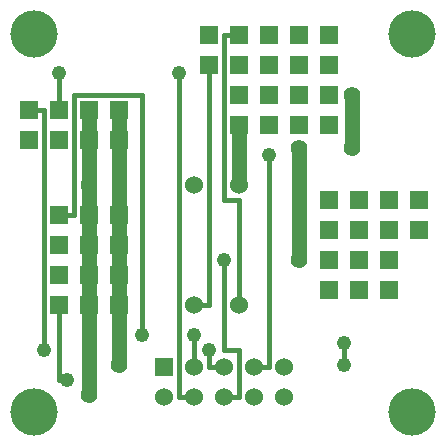
<source format=gbr>
%FSLAX23Y23*%
%MOIN*%
G04 EasyPC Gerber Version 18.0.1 Build 3581 *
%ADD15R,0.06000X0.06000*%
%ADD17R,0.06000X0.06000*%
%ADD20C,0.01500*%
%ADD71C,0.04800*%
%ADD70C,0.05000*%
%ADD19C,0.05600*%
%ADD18C,0.06000*%
%ADD16C,0.06000*%
%ADD14C,0.15748*%
X0Y0D02*
D02*
D14*
X121Y121D03*
Y1380D03*
X1380Y121D03*
Y1380D03*
D02*
D15*
X105Y1026D03*
Y1126D03*
X205Y476D03*
Y576D03*
Y676D03*
Y776D03*
Y1026D03*
Y1126D03*
X305Y476D03*
Y576D03*
Y676D03*
Y776D03*
Y1026D03*
Y1126D03*
X405Y476D03*
Y576D03*
Y676D03*
Y776D03*
Y1026D03*
Y1126D03*
X705Y1276D03*
Y1376D03*
X805Y1076D03*
Y1176D03*
Y1276D03*
Y1376D03*
X905Y1076D03*
Y1176D03*
Y1276D03*
Y1376D03*
X1005Y1076D03*
Y1176D03*
Y1276D03*
Y1376D03*
X1105Y526D03*
Y626D03*
Y726D03*
Y826D03*
Y1076D03*
Y1176D03*
Y1276D03*
Y1376D03*
X1205Y526D03*
Y626D03*
Y726D03*
Y826D03*
X1305Y526D03*
Y626D03*
Y726D03*
Y826D03*
X1405Y726D03*
Y826D03*
D02*
D16*
X655Y476D03*
Y876D03*
X805Y476D03*
Y876D03*
D02*
D17*
X555Y270D03*
D02*
D18*
Y170D03*
X655D03*
Y270D03*
X755Y170D03*
Y270D03*
X855Y170D03*
Y270D03*
X955Y170D03*
Y270D03*
D02*
D19*
X305Y176D03*
Y876D03*
X405Y276D03*
X1005Y626D03*
Y1001D03*
X1180D03*
Y1176D03*
D02*
D70*
X305Y176D02*
Y476D01*
Y576D02*
Y676D01*
Y576D02*
Y476D01*
Y676D02*
Y776D01*
Y876D02*
Y776D01*
Y876D02*
Y1026D01*
Y1126*
X405Y276D02*
Y476D01*
Y576D02*
Y676D01*
Y576D02*
Y476D01*
Y676D02*
Y776D01*
Y1026D02*
Y776D01*
Y1026D02*
Y1126D01*
X805Y1076D02*
Y876D01*
X1005Y626D02*
Y1001D01*
X1180D02*
Y1176D01*
D02*
D71*
X155Y326D03*
X205Y1251D03*
X230Y226D03*
X480Y376D03*
X605Y1251D03*
X655Y376D03*
X705Y326D03*
X755Y626D03*
X905Y976D03*
X1155Y276D03*
Y351D03*
D02*
D20*
X155Y326D02*
Y1126D01*
X105*
X205Y1251D02*
Y1126D01*
X230Y226D02*
X205D01*
Y476*
X480Y376D02*
Y1176D01*
X255*
Y776*
X205*
X605Y1251D02*
Y170D01*
X655*
Y376D02*
Y270D01*
Y476D02*
X705D01*
Y1276*
Y326D02*
Y270D01*
X755*
Y626D02*
Y326D01*
X805*
Y170*
X755*
X805Y1376D02*
X755D01*
Y826*
X805*
Y476*
X905Y976D02*
Y270D01*
X855*
X1155Y351D02*
Y276D01*
X0Y0D02*
M02*

</source>
